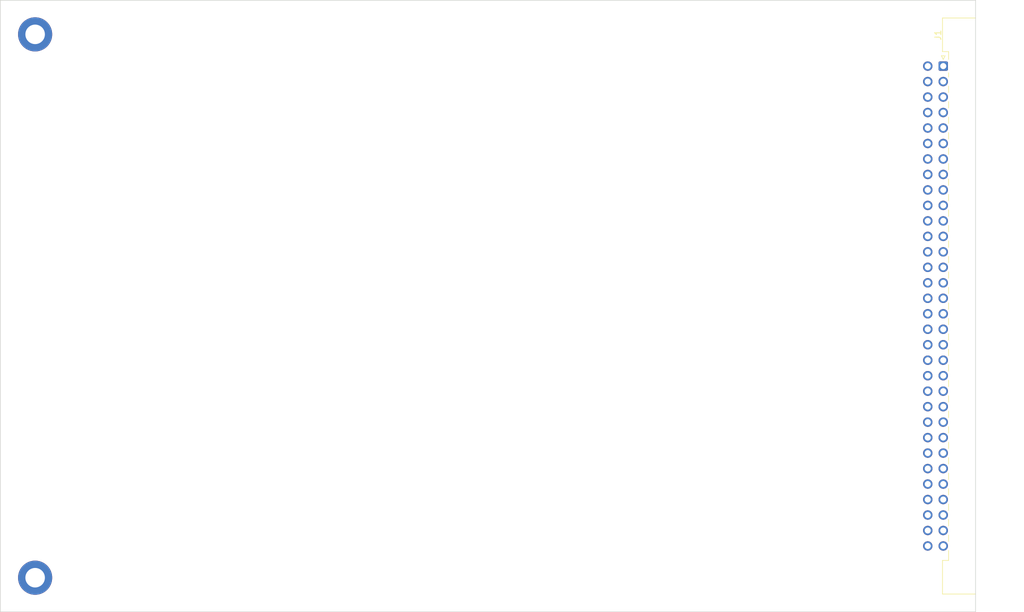
<source format=kicad_pcb>
(kicad_pcb (version 20221018) (generator pcbnew)
  (layers (0 "F.Cu" signal) (31 "B.Cu" signal) (34 "B.Paste" user) (35 "F.Paste" user) (36 "B.SilkS" user "B.Silkscreen") (37 "F.SilkS" user "F.Silkscreen") (38 "B.Mask" user) (39 "F.Mask" user) (44 "Edge.Cuts" user))
  (net 0 "")
  (net 2 "GND")
  (net 31 "+5V")
  (footprint "Dennis:Z8C Card" (layer "F.Cu") (at 213.072 95.504)
    (fp_text reference "J1" (at -2.35 -44.45 90) (layer "F.SilkS"))
    (fp_text value "Z8C_Card")
    (fp_line (start -1.79 -41.065) (end -1.49 -40.465) (stroke (width 0.12)) (layer "F.SilkS"))
    (fp_line (start -1.61 -47.26) (end -1.61 -41.74) (stroke (width 0.12)) (layer "F.SilkS"))
    (fp_line (start -1.61 -41.74) (end -0.61 -41.74) (stroke (width 0.12)) (layer "F.SilkS"))
    (fp_line (start -1.61 41.74) (end -0.61 41.74) (stroke (width 0.12)) (layer "F.SilkS"))
    (fp_line (start -1.61 47.26) (end -1.61 41.74) (stroke (width 0.12)) (layer "F.SilkS"))
    (fp_line (start -1.49 -40.465) (end -1.19 -41.065) (stroke (width 0.12)) (layer "F.SilkS"))
    (fp_line (start -1.19 -41.065) (end -1.79 -41.065) (stroke (width 0.12)) (layer "F.SilkS"))
    (fp_line (start -0.61 -41.741) (end -0.61 -40.465) (stroke (width 0.12)) (layer "F.SilkS"))
    (fp_line (start -0.61 -38.275) (end -0.61 -37.569) (stroke (width 0.12)) (layer "F.SilkS"))
    (fp_line (start -0.61 -36.09) (end -0.61 -35.029) (stroke (width 0.12)) (layer "F.SilkS"))
    (fp_line (start -0.61 -33.55) (end -0.61 -32.489) (stroke (width 0.12)) (layer "F.SilkS"))
    (fp_line (start -0.61 -31.01) (end -0.61 -29.949) (stroke (width 0.12)) (layer "F.SilkS"))
    (fp_line (start -0.61 -28.47) (end -0.61 -27.409) (stroke (width 0.12)) (layer "F.SilkS"))
    (fp_line (start -0.61 -25.93) (end -0.61 -24.869) (stroke (width 0.12)) (layer "F.SilkS"))
    (fp_line (start -0.61 -23.39) (end -0.61 -22.329) (stroke (width 0.12)) (layer "F.SilkS"))
    (fp_line (start -0.61 -20.85) (end -0.61 -19.789) (stroke (width 0.12)) (layer "F.SilkS"))
    (fp_line (start -0.61 -18.31) (end -0.61 -17.249) (stroke (width 0.12)) (layer "F.SilkS"))
    (fp_line (start -0.61 -15.77) (end -0.61 -14.709) (stroke (width 0.12)) (layer "F.SilkS"))
    (fp_line (start -0.61 -13.23) (end -0.61 -12.169) (stroke (width 0.12)) (layer "F.SilkS"))
    (fp_line (start -0.61 -10.69) (end -0.61 -9.629) (stroke (width 0.12)) (layer "F.SilkS"))
    (fp_line (start -0.61 -8.15) (end -0.61 -7.089) (stroke (width 0.12)) (layer "F.SilkS"))
    (fp_line (start -0.61 -5.61) (end -0.61 -4.549) (stroke (width 0.12)) (layer "F.SilkS"))
    (fp_line (start -0.61 -3.07) (end -0.61 -2.009) (stroke (width 0.12)) (layer "F.SilkS"))
    (fp_line (start -0.61 -0.53) (end -0.61 0.531) (stroke (width 0.12)) (layer "F.SilkS"))
    (fp_line (start -0.61 2.01) (end -0.61 3.071) (stroke (width 0.12)) (layer "F.SilkS"))
    (fp_line (start -0.61 4.55) (end -0.61 5.611) (stroke (width 0.12)) (layer "F.SilkS"))
    (fp_line (start -0.61 7.09) (end -0.61 8.151) (stroke (width 0.12)) (layer "F.SilkS"))
    (fp_line (start -0.61 9.63) (end -0.61 10.691) (stroke (width 0.12)) (layer "F.SilkS"))
    (fp_line (start -0.61 12.17) (end -0.61 13.231) (stroke (width 0.12)) (layer "F.SilkS"))
    (fp_line (start -0.61 14.71) (end -0.61 15.771) (stroke (width 0.12)) (layer "F.SilkS"))
    (fp_line (start -0.61 17.25) (end -0.61 18.311) (stroke (width 0.12)) (layer "F.SilkS"))
    (fp_line (start -0.61 19.79) (end -0.61 20.851) (stroke (width 0.12)) (layer "F.SilkS"))
    (fp_line (start -0.61 22.33) (end -0.61 23.391) (stroke (width 0.12)) (layer "F.SilkS"))
    (fp_line (start -0.61 24.87) (end -0.61 25.931) (stroke (width 0.12)) (layer "F.SilkS"))
    (fp_line (start -0.61 27.41) (end -0.61 28.471) (stroke (width 0.12)) (layer "F.SilkS"))
    (fp_line (start -0.61 29.95) (end -0.61 31.011) (stroke (width 0.12)) (layer "F.SilkS"))
    (fp_line (start -0.61 32.49) (end -0.61 33.551) (stroke (width 0.12)) (layer "F.SilkS"))
    (fp_line (start -0.61 35.03) (end -0.61 36.091) (stroke (width 0.12)) (layer "F.SilkS"))
    (fp_line (start -0.61 37.57) (end -0.61 38.631) (stroke (width 0.12)) (layer "F.SilkS"))
    (fp_line (start -0.61 40.11) (end -0.61 41.74) (stroke (width 0.12)) (layer "F.SilkS"))
    (fp_line (start 3.81 -47.26) (end -1.61 -47.26) (stroke (width 0.12)) (layer "F.SilkS"))
    (fp_line (start 3.81 47.26) (end -1.61 47.26) (stroke (width 0.12)) (layer "F.SilkS"))
    (fp_line (start -156.21 -50.165) (end -156.21 50.165) (stroke (width 0.1)) (layer "Edge.Cuts"))
    (fp_line (start -156.21 50.165) (end 3.81 50.165) (stroke (width 0.1)) (layer "Edge.Cuts"))
    (fp_line (start 3.81 -50.165) (end -156.21 -50.165) (stroke (width 0.1)) (layer "Edge.Cuts"))
    (fp_line (start 3.81 50.165) (end 3.81 -50.165) (stroke (width 0.1)) (layer "Edge.Cuts"))
    (pad "" np_thru_hole circle (at 1.05 -44.45 270) (size 2.85 2.85) (drill 2.85) (layers "*.Cu" "*.Mask"))
    (pad "" np_thru_hole circle (at 1.05 44.45 270) (size 2.85 2.85) (drill 2.85) (layers "*.Cu" "*.Mask"))
    (pad "G" thru_hole circle (at -150.495 -44.577) (size 5.6 5.6) (drill 3.2) (layers "*.Cu" "*.Mask"))
    (pad "G" thru_hole circle (at -150.495 44.577) (size 5.6 5.6) (drill 3.2) (layers "*.Cu" "*.Mask"))
    (pad "a1" thru_hole roundrect (at -1.49 -39.37 270) (size 1.55 1.55) (drill 1) (layers "*.Cu" "*.Mask") (roundrect_rratio 0.16129) (net 2 "GND"))
    (pad "a2" thru_hole circle (at -1.49 -36.83 270) (size 1.55 1.55) (drill 1) (layers "*.Cu" "*.Mask") (net 2 "GND"))
    (pad "a3" thru_hole circle (at -1.49 -34.29 270) (size 1.55 1.55) (drill 1) (layers "*.Cu" "*.Mask") (net 2 "GND"))
    (pad "a4" thru_hole circle (at -1.49 -31.75 270) (size 1.55 1.55) (drill 1) (layers "*.Cu" "*.Mask") (net 2 "GND"))
    (pad "a5" thru_hole circle (at -1.49 -29.21 270) (size 1.55 1.55) (drill 1) (layers "*.Cu" "*.Mask"))
    (pad "a6" thru_hole circle (at -1.49 -26.67 270) (size 1.55 1.55) (drill 1) (layers "*.Cu" "*.Mask"))
    (pad "a7" thru_hole circle (at -1.49 -24.13 270) (size 1.55 1.55) (drill 1) (layers "*.Cu" "*.Mask"))
    (pad "a8" thru_hole circle (at -1.49 -21.59 270) (size 1.55 1.55) (drill 1) (layers "*.Cu" "*.Mask"))
    (pad "a9" thru_hole circle (at -1.49 -19.05 270) (size 1.55 1.55) (drill 1) (layers "*.Cu" "*.Mask"))
    (pad "a10" thru_hole circle (at -1.49 -16.51 270) (size 1.55 1.55) (drill 1) (layers "*.Cu" "*.Mask"))
    (pad "a11" thru_hole circle (at -1.49 -13.97 270) (size 1.55 1.55) (drill 1) (layers "*.Cu" "*.Mask"))
    (pad "a12" thru_hole circle (at -1.49 -11.43 270) (size 1.55 1.55) (drill 1) (layers "*.Cu" "*.Mask"))
    (pad "a13" thru_hole circle (at -1.49 -8.89 270) (size 1.55 1.55) (drill 1) (layers "*.Cu" "*.Mask"))
    (pad "a14" thru_hole circle (at -1.49 -6.35 270) (size 1.55 1.55) (drill 1) (layers "*.Cu" "*.Mask"))
    (pad "a15" thru_hole circle (at -1.49 -3.81 270) (size 1.55 1.55) (drill 1) (layers "*.Cu" "*.Mask"))
    (pad "a16" thru_hole circle (at -1.49 -1.27 270) (size 1.55 1.55) (drill 1) (layers "*.Cu" "*.Mask"))
    (pad "a17" thru_hole circle (at -1.49 1.27 270) (size 1.55 1.55) (drill 1) (layers "*.Cu" "*.Mask"))
    (pad "a18" thru_hole circle (at -1.49 3.81 270) (size 1.55 1.55) (drill 1) (layers "*.Cu" "*.Mask"))
    (pad "a19" thru_hole circle (at -1.49 6.35 270) (size 1.55 1.55) (drill 1) (layers "*.Cu" "*.Mask"))
    (pad "a20" thru_hole circle (at -1.49 8.89 270) (size 1.55 1.55) (drill 1) (layers "*.Cu" "*.Mask"))
    (pad "a21" thru_hole circle (at -1.49 11.43 270) (size 1.55 1.55) (drill 1) (layers "*.Cu" "*.Mask"))
    (pad "a22" thru_hole circle (at -1.49 13.97 270) (size 1.55 1.55) (drill 1) (layers "*.Cu" "*.Mask"))
    (pad "a23" thru_hole circle (at -1.49 16.51 270) (size 1.55 1.55) (drill 1) (layers "*.Cu" "*.Mask"))
    (pad "a24" thru_hole circle (at -1.49 19.05 270) (size 1.55 1.55) (drill 1) (layers "*.Cu" "*.Mask"))
    (pad "a25" thru_hole circle (at -1.49 21.59 270) (size 1.55 1.55) (drill 1) (layers "*.Cu" "*.Mask"))
    (pad "a26" thru_hole circle (at -1.49 24.13 270) (size 1.55 1.55) (drill 1) (layers "*.Cu" "*.Mask"))
    (pad "a27" thru_hole circle (at -1.49 26.67 270) (size 1.55 1.55) (drill 1) (layers "*.Cu" "*.Mask"))
    (pad "a28" thru_hole circle (at -1.49 29.21 270) (size 1.55 1.55) (drill 1) (layers "*.Cu" "*.Mask"))
    (pad "a29" thru_hole circle (at -1.49 31.75 270) (size 1.55 1.55) (drill 1) (layers "*.Cu" "*.Mask"))
    (pad "a30" thru_hole circle (at -1.49 34.29 270) (size 1.55 1.55) (drill 1) (layers "*.Cu" "*.Mask"))
    (pad "a31" thru_hole circle (at -1.49 36.83 270) (size 1.55 1.55) (drill 1) (layers "*.Cu" "*.Mask"))
    (pad "a32" thru_hole circle (at -1.49 39.37 270) (size 1.55 1.55) (drill 1) (layers "*.Cu" "*.Mask"))
    (pad "b1" thru_hole circle (at -4.03 -39.37 270) (size 1.55 1.55) (drill 1) (layers "*.Cu" "*.Mask") (net 31 "+5V"))
    (pad "b2" thru_hole circle (at -4.03 -36.83 270) (size 1.55 1.55) (drill 1) (layers "*.Cu" "*.Mask") (net 31 "+5V"))
    (pad "b3" thru_hole circle (at -4.03 -34.29 270) (size 1.55 1.55) (drill 1) (layers "*.Cu" "*.Mask") (net 31 "+5V"))
    (pad "b4" thru_hole circle (at -4.03 -31.75 270) (size 1.55 1.55) (drill 1) (layers "*.Cu" "*.Mask"))
    (pad "b5" thru_hole circle (at -4.03 -29.21 270) (size 1.55 1.55) (drill 1) (layers "*.Cu" "*.Mask"))
    (pad "b6" thru_hole circle (at -4.03 -26.67 270) (size 1.55 1.55) (drill 1) (layers "*.Cu" "*.Mask"))
    (pad "b7" thru_hole circle (at -4.03 -24.13 270) (size 1.55 1.55) (drill 1) (layers "*.Cu" "*.Mask"))
    (pad "b8" thru_hole circle (at -4.03 -21.59 270) (size 1.55 1.55) (drill 1) (layers "*.Cu" "*.Mask"))
    (pad "b9" thru_hole circle (at -4.03 -19.05 270) (size 1.55 1.55) (drill 1) (layers "*.Cu" "*.Mask"))
    (pad "b10" thru_hole circle (at -4.03 -16.51 270) (size 1.55 1.55) (drill 1) (layers "*.Cu" "*.Mask"))
    (pad "b11" thru_hole circle (at -4.03 -13.97 270) (size 1.55 1.55) (drill 1) (layers "*.Cu" "*.Mask"))
    (pad "b12" thru_hole circle (at -4.03 -11.43 270) (size 1.55 1.55) (drill 1) (layers "*.Cu" "*.Mask"))
    (pad "b13" thru_hole circle (at -4.03 -8.89 270) (size 1.55 1.55) (drill 1) (layers "*.Cu" "*.Mask"))
    (pad "b14" thru_hole circle (at -4.03 -6.35 270) (size 1.55 1.55) (drill 1) (layers "*.Cu" "*.Mask"))
    (pad "b15" thru_hole circle (at -4.03 -3.81 270) (size 1.55 1.55) (drill 1) (layers "*.Cu" "*.Mask"))
    (pad "b16" thru_hole circle (at -4.03 -1.27 270) (size 1.55 1.55) (drill 1) (layers "*.Cu" "*.Mask"))
    (pad "b17" thru_hole circle (at -4.03 1.27 270) (size 1.55 1.55) (drill 1) (layers "*.Cu" "*.Mask"))
    (pad "b18" thru_hole circle (at -4.03 3.81 270) (size 1.55 1.55) (drill 1) (layers "*.Cu" "*.Mask"))
    (pad "b19" thru_hole circle (at -4.03 6.35 270) (size 1.55 1.55) (drill 1) (layers "*.Cu" "*.Mask"))
    (pad "b20" thru_hole circle (at -4.03 8.89 270) (size 1.55 1.55) (drill 1) (layers "*.Cu" "*.Mask"))
    (pad "b21" thru_hole circle (at -4.03 11.43 270) (size 1.55 1.55) (drill 1) (layers "*.Cu" "*.Mask"))
    (pad "b22" thru_hole circle (at -4.03 13.97 270) (size 1.55 1.55) (drill 1) (layers "*.Cu" "*.Mask"))
    (pad "b23" thru_hole circle (at -4.03 16.51 270) (size 1.55 1.55) (drill 1) (layers "*.Cu" "*.Mask"))
    (pad "b24" thru_hole circle (at -4.03 19.05 270) (size 1.55 1.55) (drill 1) (layers "*.Cu" "*.Mask"))
    (pad "b25" thru_hole circle (at -4.03 21.59 270) (size 1.55 1.55) (drill 1) (layers "*.Cu" "*.Mask"))
    (pad "b26" thru_hole circle (at -4.03 24.13 270) (size 1.55 1.55) (drill 1) (layers "*.Cu" "*.Mask"))
    (pad "b27" thru_hole circle (at -4.03 26.67 270) (size 1.55 1.55) (drill 1) (layers "*.Cu" "*.Mask"))
    (pad "b28" thru_hole circle (at -4.03 29.21 270) (size 1.55 1.55) (drill 1) (layers "*.Cu" "*.Mask"))
    (pad "b29" thru_hole circle (at -4.03 31.75 270) (size 1.55 1.55) (drill 1) (layers "*.Cu" "*.Mask"))
    (pad "b30" thru_hole circle (at -4.03 34.29 270) (size 1.55 1.55) (drill 1) (layers "*.Cu" "*.Mask"))
    (pad "b31" thru_hole circle (at -4.03 36.83 270) (size 1.55 1.55) (drill 1) (layers "*.Cu" "*.Mask"))
    (pad "b32" thru_hole circle (at -4.03 39.37 270) (size 1.55 1.55) (drill 1) (layers "*.Cu" "*.Mask") (net 2 "GND"))
  )
)
</source>
